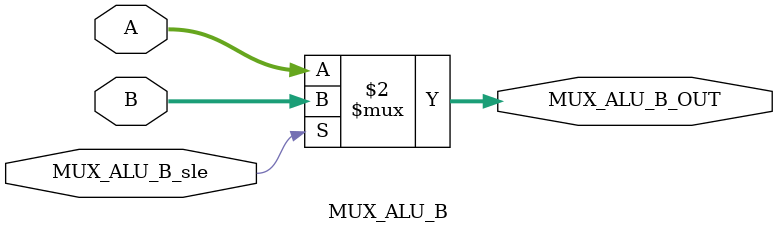
<source format=v>
`timescale 1ns / 1ps
module MUX_ALU_B(
	input [31:0] A,B,
	input MUX_ALU_B_sle,
	output [31:0] MUX_ALU_B_OUT
    );
	assign MUX_ALU_B_OUT= MUX_ALU_B_sle==1? B:A;
	//ALU B¿ÚµÄÑ¡ÔñÆ÷£¬Ñ¡ÔñÊÇD2»¹ÊÇÁ¢¼´Êý
endmodule

</source>
